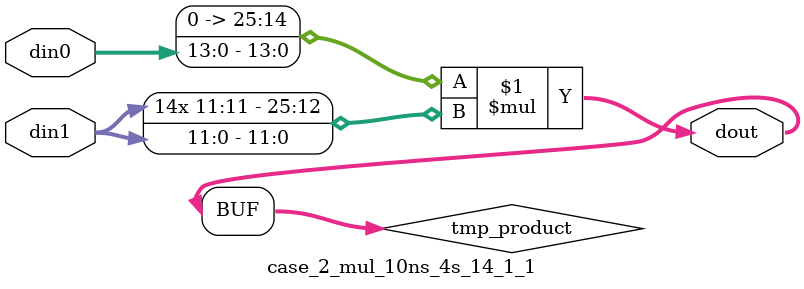
<source format=v>

`timescale 1 ns / 1 ps

 (* use_dsp = "no" *)  module case_2_mul_10ns_4s_14_1_1(din0, din1, dout);
parameter ID = 1;
parameter NUM_STAGE = 0;
parameter din0_WIDTH = 14;
parameter din1_WIDTH = 12;
parameter dout_WIDTH = 26;

input [din0_WIDTH - 1 : 0] din0; 
input [din1_WIDTH - 1 : 0] din1; 
output [dout_WIDTH - 1 : 0] dout;

wire signed [dout_WIDTH - 1 : 0] tmp_product;

























assign tmp_product = $signed({1'b0, din0}) * $signed(din1);










assign dout = tmp_product;





















endmodule

</source>
